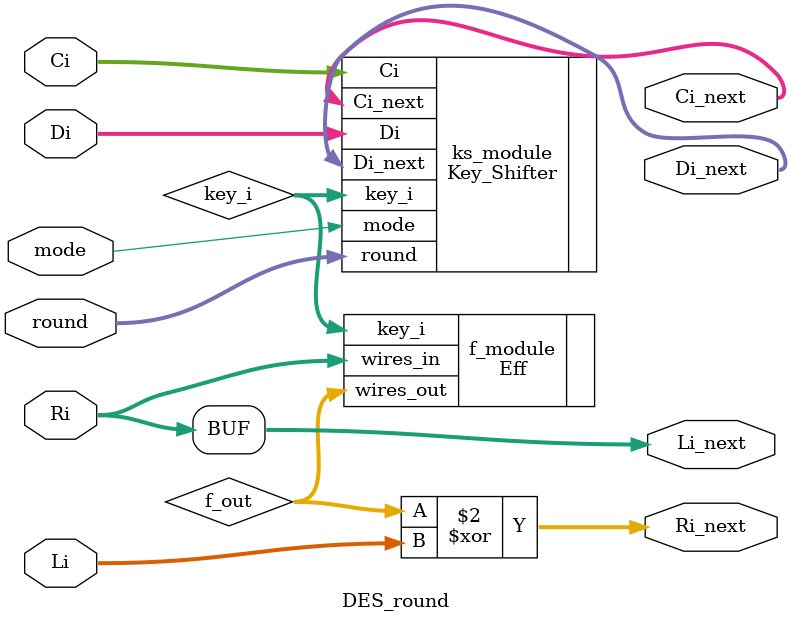
<source format=sv>
/***********************************************************************************************************************
 * DES_round
 * ---------------------------------------------------------------------------------------------------------------------
 * This module will accept the data and key segments to perform a single round of DES. The key will be shifted
 * according to the corresponding round. Once the key has been completed and the data has been expanded the key will be
 * folded into the DES F function. After this has happended the inverse and permutation of the data will be computed.
 **********************************************************************************************************************/
module DES_round #()(
	input  mode,
	input  bit[3:0]  round,
	input  bit[31:0] Li,       // IN  - left  data
	input  bit[31:0] Ri,       // IN  - right data
	input  bit[27:0] Ci,       // IN  - left  key
	input  bit[27:0] Di,       // IN  - right key
	output bit[31:0] Li_next,  // OUT - left  data
	output bit[31:0] Ri_next,  // OUT - right data
	output bit[27:0] Ci_next,  // OUT - left  key
	output bit[27:0] Di_next); // OUT - right key

	/* INTERMITTENT WIRES */
	logic [31:0] f_out; // encrypted right data
	logic [47:0] key_i; // shifted key
	
	// shift the key
	Key_Shifter ks_module(
		.mode   (mode),
		.round  (round),
		.Ci     (Ci),
		.Di     (Di),
		.Ci_next(Ci_next),
		.Di_next(Di_next),
		.key_i  (key_i));
	
	// encrypt right side of data
	Eff f_module(
		.wires_in (Ri),
		.key_i    (key_i),
		.wires_out(f_out));
	
	// switch and fold data
	always_comb
	begin
		Ri_next = f_out ^ Li;
		Li_next = Ri;
	end
	
endmodule
</source>
